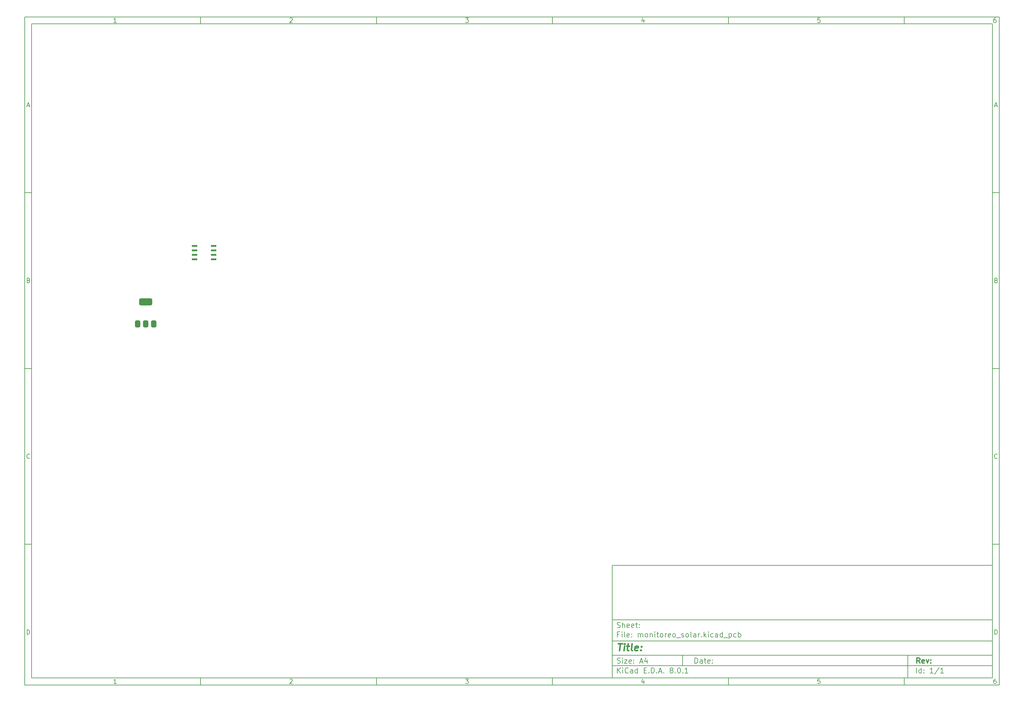
<source format=gbr>
%TF.GenerationSoftware,KiCad,Pcbnew,8.0.1*%
%TF.CreationDate,2024-08-29T21:22:59-03:00*%
%TF.ProjectId,monitoreo_solar,6d6f6e69-746f-4726-956f-5f736f6c6172,rev?*%
%TF.SameCoordinates,Original*%
%TF.FileFunction,Paste,Bot*%
%TF.FilePolarity,Positive*%
%FSLAX46Y46*%
G04 Gerber Fmt 4.6, Leading zero omitted, Abs format (unit mm)*
G04 Created by KiCad (PCBNEW 8.0.1) date 2024-08-29 21:22:59*
%MOMM*%
%LPD*%
G01*
G04 APERTURE LIST*
G04 Aperture macros list*
%AMRoundRect*
0 Rectangle with rounded corners*
0 $1 Rounding radius*
0 $2 $3 $4 $5 $6 $7 $8 $9 X,Y pos of 4 corners*
0 Add a 4 corners polygon primitive as box body*
4,1,4,$2,$3,$4,$5,$6,$7,$8,$9,$2,$3,0*
0 Add four circle primitives for the rounded corners*
1,1,$1+$1,$2,$3*
1,1,$1+$1,$4,$5*
1,1,$1+$1,$6,$7*
1,1,$1+$1,$8,$9*
0 Add four rect primitives between the rounded corners*
20,1,$1+$1,$2,$3,$4,$5,0*
20,1,$1+$1,$4,$5,$6,$7,0*
20,1,$1+$1,$6,$7,$8,$9,0*
20,1,$1+$1,$8,$9,$2,$3,0*%
G04 Aperture macros list end*
%ADD10C,0.100000*%
%ADD11C,0.150000*%
%ADD12C,0.300000*%
%ADD13C,0.400000*%
%ADD14R,1.498600X0.558800*%
%ADD15RoundRect,0.375000X0.375000X-0.625000X0.375000X0.625000X-0.375000X0.625000X-0.375000X-0.625000X0*%
%ADD16RoundRect,0.500000X1.400000X-0.500000X1.400000X0.500000X-1.400000X0.500000X-1.400000X-0.500000X0*%
G04 APERTURE END LIST*
D10*
D11*
X177002200Y-166007200D02*
X285002200Y-166007200D01*
X285002200Y-198007200D01*
X177002200Y-198007200D01*
X177002200Y-166007200D01*
D10*
D11*
X10000000Y-10000000D02*
X287002200Y-10000000D01*
X287002200Y-200007200D01*
X10000000Y-200007200D01*
X10000000Y-10000000D01*
D10*
D11*
X12000000Y-12000000D02*
X285002200Y-12000000D01*
X285002200Y-198007200D01*
X12000000Y-198007200D01*
X12000000Y-12000000D01*
D10*
D11*
X60000000Y-12000000D02*
X60000000Y-10000000D01*
D10*
D11*
X110000000Y-12000000D02*
X110000000Y-10000000D01*
D10*
D11*
X160000000Y-12000000D02*
X160000000Y-10000000D01*
D10*
D11*
X210000000Y-12000000D02*
X210000000Y-10000000D01*
D10*
D11*
X260000000Y-12000000D02*
X260000000Y-10000000D01*
D10*
D11*
X36089160Y-11593604D02*
X35346303Y-11593604D01*
X35717731Y-11593604D02*
X35717731Y-10293604D01*
X35717731Y-10293604D02*
X35593922Y-10479319D01*
X35593922Y-10479319D02*
X35470112Y-10603128D01*
X35470112Y-10603128D02*
X35346303Y-10665033D01*
D10*
D11*
X85346303Y-10417414D02*
X85408207Y-10355509D01*
X85408207Y-10355509D02*
X85532017Y-10293604D01*
X85532017Y-10293604D02*
X85841541Y-10293604D01*
X85841541Y-10293604D02*
X85965350Y-10355509D01*
X85965350Y-10355509D02*
X86027255Y-10417414D01*
X86027255Y-10417414D02*
X86089160Y-10541223D01*
X86089160Y-10541223D02*
X86089160Y-10665033D01*
X86089160Y-10665033D02*
X86027255Y-10850747D01*
X86027255Y-10850747D02*
X85284398Y-11593604D01*
X85284398Y-11593604D02*
X86089160Y-11593604D01*
D10*
D11*
X135284398Y-10293604D02*
X136089160Y-10293604D01*
X136089160Y-10293604D02*
X135655826Y-10788842D01*
X135655826Y-10788842D02*
X135841541Y-10788842D01*
X135841541Y-10788842D02*
X135965350Y-10850747D01*
X135965350Y-10850747D02*
X136027255Y-10912652D01*
X136027255Y-10912652D02*
X136089160Y-11036461D01*
X136089160Y-11036461D02*
X136089160Y-11345985D01*
X136089160Y-11345985D02*
X136027255Y-11469795D01*
X136027255Y-11469795D02*
X135965350Y-11531700D01*
X135965350Y-11531700D02*
X135841541Y-11593604D01*
X135841541Y-11593604D02*
X135470112Y-11593604D01*
X135470112Y-11593604D02*
X135346303Y-11531700D01*
X135346303Y-11531700D02*
X135284398Y-11469795D01*
D10*
D11*
X185965350Y-10726938D02*
X185965350Y-11593604D01*
X185655826Y-10231700D02*
X185346303Y-11160271D01*
X185346303Y-11160271D02*
X186151064Y-11160271D01*
D10*
D11*
X236027255Y-10293604D02*
X235408207Y-10293604D01*
X235408207Y-10293604D02*
X235346303Y-10912652D01*
X235346303Y-10912652D02*
X235408207Y-10850747D01*
X235408207Y-10850747D02*
X235532017Y-10788842D01*
X235532017Y-10788842D02*
X235841541Y-10788842D01*
X235841541Y-10788842D02*
X235965350Y-10850747D01*
X235965350Y-10850747D02*
X236027255Y-10912652D01*
X236027255Y-10912652D02*
X236089160Y-11036461D01*
X236089160Y-11036461D02*
X236089160Y-11345985D01*
X236089160Y-11345985D02*
X236027255Y-11469795D01*
X236027255Y-11469795D02*
X235965350Y-11531700D01*
X235965350Y-11531700D02*
X235841541Y-11593604D01*
X235841541Y-11593604D02*
X235532017Y-11593604D01*
X235532017Y-11593604D02*
X235408207Y-11531700D01*
X235408207Y-11531700D02*
X235346303Y-11469795D01*
D10*
D11*
X285965350Y-10293604D02*
X285717731Y-10293604D01*
X285717731Y-10293604D02*
X285593922Y-10355509D01*
X285593922Y-10355509D02*
X285532017Y-10417414D01*
X285532017Y-10417414D02*
X285408207Y-10603128D01*
X285408207Y-10603128D02*
X285346303Y-10850747D01*
X285346303Y-10850747D02*
X285346303Y-11345985D01*
X285346303Y-11345985D02*
X285408207Y-11469795D01*
X285408207Y-11469795D02*
X285470112Y-11531700D01*
X285470112Y-11531700D02*
X285593922Y-11593604D01*
X285593922Y-11593604D02*
X285841541Y-11593604D01*
X285841541Y-11593604D02*
X285965350Y-11531700D01*
X285965350Y-11531700D02*
X286027255Y-11469795D01*
X286027255Y-11469795D02*
X286089160Y-11345985D01*
X286089160Y-11345985D02*
X286089160Y-11036461D01*
X286089160Y-11036461D02*
X286027255Y-10912652D01*
X286027255Y-10912652D02*
X285965350Y-10850747D01*
X285965350Y-10850747D02*
X285841541Y-10788842D01*
X285841541Y-10788842D02*
X285593922Y-10788842D01*
X285593922Y-10788842D02*
X285470112Y-10850747D01*
X285470112Y-10850747D02*
X285408207Y-10912652D01*
X285408207Y-10912652D02*
X285346303Y-11036461D01*
D10*
D11*
X60000000Y-198007200D02*
X60000000Y-200007200D01*
D10*
D11*
X110000000Y-198007200D02*
X110000000Y-200007200D01*
D10*
D11*
X160000000Y-198007200D02*
X160000000Y-200007200D01*
D10*
D11*
X210000000Y-198007200D02*
X210000000Y-200007200D01*
D10*
D11*
X260000000Y-198007200D02*
X260000000Y-200007200D01*
D10*
D11*
X36089160Y-199600804D02*
X35346303Y-199600804D01*
X35717731Y-199600804D02*
X35717731Y-198300804D01*
X35717731Y-198300804D02*
X35593922Y-198486519D01*
X35593922Y-198486519D02*
X35470112Y-198610328D01*
X35470112Y-198610328D02*
X35346303Y-198672233D01*
D10*
D11*
X85346303Y-198424614D02*
X85408207Y-198362709D01*
X85408207Y-198362709D02*
X85532017Y-198300804D01*
X85532017Y-198300804D02*
X85841541Y-198300804D01*
X85841541Y-198300804D02*
X85965350Y-198362709D01*
X85965350Y-198362709D02*
X86027255Y-198424614D01*
X86027255Y-198424614D02*
X86089160Y-198548423D01*
X86089160Y-198548423D02*
X86089160Y-198672233D01*
X86089160Y-198672233D02*
X86027255Y-198857947D01*
X86027255Y-198857947D02*
X85284398Y-199600804D01*
X85284398Y-199600804D02*
X86089160Y-199600804D01*
D10*
D11*
X135284398Y-198300804D02*
X136089160Y-198300804D01*
X136089160Y-198300804D02*
X135655826Y-198796042D01*
X135655826Y-198796042D02*
X135841541Y-198796042D01*
X135841541Y-198796042D02*
X135965350Y-198857947D01*
X135965350Y-198857947D02*
X136027255Y-198919852D01*
X136027255Y-198919852D02*
X136089160Y-199043661D01*
X136089160Y-199043661D02*
X136089160Y-199353185D01*
X136089160Y-199353185D02*
X136027255Y-199476995D01*
X136027255Y-199476995D02*
X135965350Y-199538900D01*
X135965350Y-199538900D02*
X135841541Y-199600804D01*
X135841541Y-199600804D02*
X135470112Y-199600804D01*
X135470112Y-199600804D02*
X135346303Y-199538900D01*
X135346303Y-199538900D02*
X135284398Y-199476995D01*
D10*
D11*
X185965350Y-198734138D02*
X185965350Y-199600804D01*
X185655826Y-198238900D02*
X185346303Y-199167471D01*
X185346303Y-199167471D02*
X186151064Y-199167471D01*
D10*
D11*
X236027255Y-198300804D02*
X235408207Y-198300804D01*
X235408207Y-198300804D02*
X235346303Y-198919852D01*
X235346303Y-198919852D02*
X235408207Y-198857947D01*
X235408207Y-198857947D02*
X235532017Y-198796042D01*
X235532017Y-198796042D02*
X235841541Y-198796042D01*
X235841541Y-198796042D02*
X235965350Y-198857947D01*
X235965350Y-198857947D02*
X236027255Y-198919852D01*
X236027255Y-198919852D02*
X236089160Y-199043661D01*
X236089160Y-199043661D02*
X236089160Y-199353185D01*
X236089160Y-199353185D02*
X236027255Y-199476995D01*
X236027255Y-199476995D02*
X235965350Y-199538900D01*
X235965350Y-199538900D02*
X235841541Y-199600804D01*
X235841541Y-199600804D02*
X235532017Y-199600804D01*
X235532017Y-199600804D02*
X235408207Y-199538900D01*
X235408207Y-199538900D02*
X235346303Y-199476995D01*
D10*
D11*
X285965350Y-198300804D02*
X285717731Y-198300804D01*
X285717731Y-198300804D02*
X285593922Y-198362709D01*
X285593922Y-198362709D02*
X285532017Y-198424614D01*
X285532017Y-198424614D02*
X285408207Y-198610328D01*
X285408207Y-198610328D02*
X285346303Y-198857947D01*
X285346303Y-198857947D02*
X285346303Y-199353185D01*
X285346303Y-199353185D02*
X285408207Y-199476995D01*
X285408207Y-199476995D02*
X285470112Y-199538900D01*
X285470112Y-199538900D02*
X285593922Y-199600804D01*
X285593922Y-199600804D02*
X285841541Y-199600804D01*
X285841541Y-199600804D02*
X285965350Y-199538900D01*
X285965350Y-199538900D02*
X286027255Y-199476995D01*
X286027255Y-199476995D02*
X286089160Y-199353185D01*
X286089160Y-199353185D02*
X286089160Y-199043661D01*
X286089160Y-199043661D02*
X286027255Y-198919852D01*
X286027255Y-198919852D02*
X285965350Y-198857947D01*
X285965350Y-198857947D02*
X285841541Y-198796042D01*
X285841541Y-198796042D02*
X285593922Y-198796042D01*
X285593922Y-198796042D02*
X285470112Y-198857947D01*
X285470112Y-198857947D02*
X285408207Y-198919852D01*
X285408207Y-198919852D02*
X285346303Y-199043661D01*
D10*
D11*
X10000000Y-60000000D02*
X12000000Y-60000000D01*
D10*
D11*
X10000000Y-110000000D02*
X12000000Y-110000000D01*
D10*
D11*
X10000000Y-160000000D02*
X12000000Y-160000000D01*
D10*
D11*
X10690476Y-35222176D02*
X11309523Y-35222176D01*
X10566666Y-35593604D02*
X10999999Y-34293604D01*
X10999999Y-34293604D02*
X11433333Y-35593604D01*
D10*
D11*
X11092857Y-84912652D02*
X11278571Y-84974557D01*
X11278571Y-84974557D02*
X11340476Y-85036461D01*
X11340476Y-85036461D02*
X11402380Y-85160271D01*
X11402380Y-85160271D02*
X11402380Y-85345985D01*
X11402380Y-85345985D02*
X11340476Y-85469795D01*
X11340476Y-85469795D02*
X11278571Y-85531700D01*
X11278571Y-85531700D02*
X11154761Y-85593604D01*
X11154761Y-85593604D02*
X10659523Y-85593604D01*
X10659523Y-85593604D02*
X10659523Y-84293604D01*
X10659523Y-84293604D02*
X11092857Y-84293604D01*
X11092857Y-84293604D02*
X11216666Y-84355509D01*
X11216666Y-84355509D02*
X11278571Y-84417414D01*
X11278571Y-84417414D02*
X11340476Y-84541223D01*
X11340476Y-84541223D02*
X11340476Y-84665033D01*
X11340476Y-84665033D02*
X11278571Y-84788842D01*
X11278571Y-84788842D02*
X11216666Y-84850747D01*
X11216666Y-84850747D02*
X11092857Y-84912652D01*
X11092857Y-84912652D02*
X10659523Y-84912652D01*
D10*
D11*
X11402380Y-135469795D02*
X11340476Y-135531700D01*
X11340476Y-135531700D02*
X11154761Y-135593604D01*
X11154761Y-135593604D02*
X11030952Y-135593604D01*
X11030952Y-135593604D02*
X10845238Y-135531700D01*
X10845238Y-135531700D02*
X10721428Y-135407890D01*
X10721428Y-135407890D02*
X10659523Y-135284080D01*
X10659523Y-135284080D02*
X10597619Y-135036461D01*
X10597619Y-135036461D02*
X10597619Y-134850747D01*
X10597619Y-134850747D02*
X10659523Y-134603128D01*
X10659523Y-134603128D02*
X10721428Y-134479319D01*
X10721428Y-134479319D02*
X10845238Y-134355509D01*
X10845238Y-134355509D02*
X11030952Y-134293604D01*
X11030952Y-134293604D02*
X11154761Y-134293604D01*
X11154761Y-134293604D02*
X11340476Y-134355509D01*
X11340476Y-134355509D02*
X11402380Y-134417414D01*
D10*
D11*
X10659523Y-185593604D02*
X10659523Y-184293604D01*
X10659523Y-184293604D02*
X10969047Y-184293604D01*
X10969047Y-184293604D02*
X11154761Y-184355509D01*
X11154761Y-184355509D02*
X11278571Y-184479319D01*
X11278571Y-184479319D02*
X11340476Y-184603128D01*
X11340476Y-184603128D02*
X11402380Y-184850747D01*
X11402380Y-184850747D02*
X11402380Y-185036461D01*
X11402380Y-185036461D02*
X11340476Y-185284080D01*
X11340476Y-185284080D02*
X11278571Y-185407890D01*
X11278571Y-185407890D02*
X11154761Y-185531700D01*
X11154761Y-185531700D02*
X10969047Y-185593604D01*
X10969047Y-185593604D02*
X10659523Y-185593604D01*
D10*
D11*
X287002200Y-60000000D02*
X285002200Y-60000000D01*
D10*
D11*
X287002200Y-110000000D02*
X285002200Y-110000000D01*
D10*
D11*
X287002200Y-160000000D02*
X285002200Y-160000000D01*
D10*
D11*
X285692676Y-35222176D02*
X286311723Y-35222176D01*
X285568866Y-35593604D02*
X286002199Y-34293604D01*
X286002199Y-34293604D02*
X286435533Y-35593604D01*
D10*
D11*
X286095057Y-84912652D02*
X286280771Y-84974557D01*
X286280771Y-84974557D02*
X286342676Y-85036461D01*
X286342676Y-85036461D02*
X286404580Y-85160271D01*
X286404580Y-85160271D02*
X286404580Y-85345985D01*
X286404580Y-85345985D02*
X286342676Y-85469795D01*
X286342676Y-85469795D02*
X286280771Y-85531700D01*
X286280771Y-85531700D02*
X286156961Y-85593604D01*
X286156961Y-85593604D02*
X285661723Y-85593604D01*
X285661723Y-85593604D02*
X285661723Y-84293604D01*
X285661723Y-84293604D02*
X286095057Y-84293604D01*
X286095057Y-84293604D02*
X286218866Y-84355509D01*
X286218866Y-84355509D02*
X286280771Y-84417414D01*
X286280771Y-84417414D02*
X286342676Y-84541223D01*
X286342676Y-84541223D02*
X286342676Y-84665033D01*
X286342676Y-84665033D02*
X286280771Y-84788842D01*
X286280771Y-84788842D02*
X286218866Y-84850747D01*
X286218866Y-84850747D02*
X286095057Y-84912652D01*
X286095057Y-84912652D02*
X285661723Y-84912652D01*
D10*
D11*
X286404580Y-135469795D02*
X286342676Y-135531700D01*
X286342676Y-135531700D02*
X286156961Y-135593604D01*
X286156961Y-135593604D02*
X286033152Y-135593604D01*
X286033152Y-135593604D02*
X285847438Y-135531700D01*
X285847438Y-135531700D02*
X285723628Y-135407890D01*
X285723628Y-135407890D02*
X285661723Y-135284080D01*
X285661723Y-135284080D02*
X285599819Y-135036461D01*
X285599819Y-135036461D02*
X285599819Y-134850747D01*
X285599819Y-134850747D02*
X285661723Y-134603128D01*
X285661723Y-134603128D02*
X285723628Y-134479319D01*
X285723628Y-134479319D02*
X285847438Y-134355509D01*
X285847438Y-134355509D02*
X286033152Y-134293604D01*
X286033152Y-134293604D02*
X286156961Y-134293604D01*
X286156961Y-134293604D02*
X286342676Y-134355509D01*
X286342676Y-134355509D02*
X286404580Y-134417414D01*
D10*
D11*
X285661723Y-185593604D02*
X285661723Y-184293604D01*
X285661723Y-184293604D02*
X285971247Y-184293604D01*
X285971247Y-184293604D02*
X286156961Y-184355509D01*
X286156961Y-184355509D02*
X286280771Y-184479319D01*
X286280771Y-184479319D02*
X286342676Y-184603128D01*
X286342676Y-184603128D02*
X286404580Y-184850747D01*
X286404580Y-184850747D02*
X286404580Y-185036461D01*
X286404580Y-185036461D02*
X286342676Y-185284080D01*
X286342676Y-185284080D02*
X286280771Y-185407890D01*
X286280771Y-185407890D02*
X286156961Y-185531700D01*
X286156961Y-185531700D02*
X285971247Y-185593604D01*
X285971247Y-185593604D02*
X285661723Y-185593604D01*
D10*
D11*
X200458026Y-193793328D02*
X200458026Y-192293328D01*
X200458026Y-192293328D02*
X200815169Y-192293328D01*
X200815169Y-192293328D02*
X201029455Y-192364757D01*
X201029455Y-192364757D02*
X201172312Y-192507614D01*
X201172312Y-192507614D02*
X201243741Y-192650471D01*
X201243741Y-192650471D02*
X201315169Y-192936185D01*
X201315169Y-192936185D02*
X201315169Y-193150471D01*
X201315169Y-193150471D02*
X201243741Y-193436185D01*
X201243741Y-193436185D02*
X201172312Y-193579042D01*
X201172312Y-193579042D02*
X201029455Y-193721900D01*
X201029455Y-193721900D02*
X200815169Y-193793328D01*
X200815169Y-193793328D02*
X200458026Y-193793328D01*
X202600884Y-193793328D02*
X202600884Y-193007614D01*
X202600884Y-193007614D02*
X202529455Y-192864757D01*
X202529455Y-192864757D02*
X202386598Y-192793328D01*
X202386598Y-192793328D02*
X202100884Y-192793328D01*
X202100884Y-192793328D02*
X201958026Y-192864757D01*
X202600884Y-193721900D02*
X202458026Y-193793328D01*
X202458026Y-193793328D02*
X202100884Y-193793328D01*
X202100884Y-193793328D02*
X201958026Y-193721900D01*
X201958026Y-193721900D02*
X201886598Y-193579042D01*
X201886598Y-193579042D02*
X201886598Y-193436185D01*
X201886598Y-193436185D02*
X201958026Y-193293328D01*
X201958026Y-193293328D02*
X202100884Y-193221900D01*
X202100884Y-193221900D02*
X202458026Y-193221900D01*
X202458026Y-193221900D02*
X202600884Y-193150471D01*
X203100884Y-192793328D02*
X203672312Y-192793328D01*
X203315169Y-192293328D02*
X203315169Y-193579042D01*
X203315169Y-193579042D02*
X203386598Y-193721900D01*
X203386598Y-193721900D02*
X203529455Y-193793328D01*
X203529455Y-193793328D02*
X203672312Y-193793328D01*
X204743741Y-193721900D02*
X204600884Y-193793328D01*
X204600884Y-193793328D02*
X204315170Y-193793328D01*
X204315170Y-193793328D02*
X204172312Y-193721900D01*
X204172312Y-193721900D02*
X204100884Y-193579042D01*
X204100884Y-193579042D02*
X204100884Y-193007614D01*
X204100884Y-193007614D02*
X204172312Y-192864757D01*
X204172312Y-192864757D02*
X204315170Y-192793328D01*
X204315170Y-192793328D02*
X204600884Y-192793328D01*
X204600884Y-192793328D02*
X204743741Y-192864757D01*
X204743741Y-192864757D02*
X204815170Y-193007614D01*
X204815170Y-193007614D02*
X204815170Y-193150471D01*
X204815170Y-193150471D02*
X204100884Y-193293328D01*
X205458026Y-193650471D02*
X205529455Y-193721900D01*
X205529455Y-193721900D02*
X205458026Y-193793328D01*
X205458026Y-193793328D02*
X205386598Y-193721900D01*
X205386598Y-193721900D02*
X205458026Y-193650471D01*
X205458026Y-193650471D02*
X205458026Y-193793328D01*
X205458026Y-192864757D02*
X205529455Y-192936185D01*
X205529455Y-192936185D02*
X205458026Y-193007614D01*
X205458026Y-193007614D02*
X205386598Y-192936185D01*
X205386598Y-192936185D02*
X205458026Y-192864757D01*
X205458026Y-192864757D02*
X205458026Y-193007614D01*
D10*
D11*
X177002200Y-194507200D02*
X285002200Y-194507200D01*
D10*
D11*
X178458026Y-196593328D02*
X178458026Y-195093328D01*
X179315169Y-196593328D02*
X178672312Y-195736185D01*
X179315169Y-195093328D02*
X178458026Y-195950471D01*
X179958026Y-196593328D02*
X179958026Y-195593328D01*
X179958026Y-195093328D02*
X179886598Y-195164757D01*
X179886598Y-195164757D02*
X179958026Y-195236185D01*
X179958026Y-195236185D02*
X180029455Y-195164757D01*
X180029455Y-195164757D02*
X179958026Y-195093328D01*
X179958026Y-195093328D02*
X179958026Y-195236185D01*
X181529455Y-196450471D02*
X181458027Y-196521900D01*
X181458027Y-196521900D02*
X181243741Y-196593328D01*
X181243741Y-196593328D02*
X181100884Y-196593328D01*
X181100884Y-196593328D02*
X180886598Y-196521900D01*
X180886598Y-196521900D02*
X180743741Y-196379042D01*
X180743741Y-196379042D02*
X180672312Y-196236185D01*
X180672312Y-196236185D02*
X180600884Y-195950471D01*
X180600884Y-195950471D02*
X180600884Y-195736185D01*
X180600884Y-195736185D02*
X180672312Y-195450471D01*
X180672312Y-195450471D02*
X180743741Y-195307614D01*
X180743741Y-195307614D02*
X180886598Y-195164757D01*
X180886598Y-195164757D02*
X181100884Y-195093328D01*
X181100884Y-195093328D02*
X181243741Y-195093328D01*
X181243741Y-195093328D02*
X181458027Y-195164757D01*
X181458027Y-195164757D02*
X181529455Y-195236185D01*
X182815170Y-196593328D02*
X182815170Y-195807614D01*
X182815170Y-195807614D02*
X182743741Y-195664757D01*
X182743741Y-195664757D02*
X182600884Y-195593328D01*
X182600884Y-195593328D02*
X182315170Y-195593328D01*
X182315170Y-195593328D02*
X182172312Y-195664757D01*
X182815170Y-196521900D02*
X182672312Y-196593328D01*
X182672312Y-196593328D02*
X182315170Y-196593328D01*
X182315170Y-196593328D02*
X182172312Y-196521900D01*
X182172312Y-196521900D02*
X182100884Y-196379042D01*
X182100884Y-196379042D02*
X182100884Y-196236185D01*
X182100884Y-196236185D02*
X182172312Y-196093328D01*
X182172312Y-196093328D02*
X182315170Y-196021900D01*
X182315170Y-196021900D02*
X182672312Y-196021900D01*
X182672312Y-196021900D02*
X182815170Y-195950471D01*
X184172313Y-196593328D02*
X184172313Y-195093328D01*
X184172313Y-196521900D02*
X184029455Y-196593328D01*
X184029455Y-196593328D02*
X183743741Y-196593328D01*
X183743741Y-196593328D02*
X183600884Y-196521900D01*
X183600884Y-196521900D02*
X183529455Y-196450471D01*
X183529455Y-196450471D02*
X183458027Y-196307614D01*
X183458027Y-196307614D02*
X183458027Y-195879042D01*
X183458027Y-195879042D02*
X183529455Y-195736185D01*
X183529455Y-195736185D02*
X183600884Y-195664757D01*
X183600884Y-195664757D02*
X183743741Y-195593328D01*
X183743741Y-195593328D02*
X184029455Y-195593328D01*
X184029455Y-195593328D02*
X184172313Y-195664757D01*
X186029455Y-195807614D02*
X186529455Y-195807614D01*
X186743741Y-196593328D02*
X186029455Y-196593328D01*
X186029455Y-196593328D02*
X186029455Y-195093328D01*
X186029455Y-195093328D02*
X186743741Y-195093328D01*
X187386598Y-196450471D02*
X187458027Y-196521900D01*
X187458027Y-196521900D02*
X187386598Y-196593328D01*
X187386598Y-196593328D02*
X187315170Y-196521900D01*
X187315170Y-196521900D02*
X187386598Y-196450471D01*
X187386598Y-196450471D02*
X187386598Y-196593328D01*
X188100884Y-196593328D02*
X188100884Y-195093328D01*
X188100884Y-195093328D02*
X188458027Y-195093328D01*
X188458027Y-195093328D02*
X188672313Y-195164757D01*
X188672313Y-195164757D02*
X188815170Y-195307614D01*
X188815170Y-195307614D02*
X188886599Y-195450471D01*
X188886599Y-195450471D02*
X188958027Y-195736185D01*
X188958027Y-195736185D02*
X188958027Y-195950471D01*
X188958027Y-195950471D02*
X188886599Y-196236185D01*
X188886599Y-196236185D02*
X188815170Y-196379042D01*
X188815170Y-196379042D02*
X188672313Y-196521900D01*
X188672313Y-196521900D02*
X188458027Y-196593328D01*
X188458027Y-196593328D02*
X188100884Y-196593328D01*
X189600884Y-196450471D02*
X189672313Y-196521900D01*
X189672313Y-196521900D02*
X189600884Y-196593328D01*
X189600884Y-196593328D02*
X189529456Y-196521900D01*
X189529456Y-196521900D02*
X189600884Y-196450471D01*
X189600884Y-196450471D02*
X189600884Y-196593328D01*
X190243742Y-196164757D02*
X190958028Y-196164757D01*
X190100885Y-196593328D02*
X190600885Y-195093328D01*
X190600885Y-195093328D02*
X191100885Y-196593328D01*
X191600884Y-196450471D02*
X191672313Y-196521900D01*
X191672313Y-196521900D02*
X191600884Y-196593328D01*
X191600884Y-196593328D02*
X191529456Y-196521900D01*
X191529456Y-196521900D02*
X191600884Y-196450471D01*
X191600884Y-196450471D02*
X191600884Y-196593328D01*
X193672313Y-195736185D02*
X193529456Y-195664757D01*
X193529456Y-195664757D02*
X193458027Y-195593328D01*
X193458027Y-195593328D02*
X193386599Y-195450471D01*
X193386599Y-195450471D02*
X193386599Y-195379042D01*
X193386599Y-195379042D02*
X193458027Y-195236185D01*
X193458027Y-195236185D02*
X193529456Y-195164757D01*
X193529456Y-195164757D02*
X193672313Y-195093328D01*
X193672313Y-195093328D02*
X193958027Y-195093328D01*
X193958027Y-195093328D02*
X194100885Y-195164757D01*
X194100885Y-195164757D02*
X194172313Y-195236185D01*
X194172313Y-195236185D02*
X194243742Y-195379042D01*
X194243742Y-195379042D02*
X194243742Y-195450471D01*
X194243742Y-195450471D02*
X194172313Y-195593328D01*
X194172313Y-195593328D02*
X194100885Y-195664757D01*
X194100885Y-195664757D02*
X193958027Y-195736185D01*
X193958027Y-195736185D02*
X193672313Y-195736185D01*
X193672313Y-195736185D02*
X193529456Y-195807614D01*
X193529456Y-195807614D02*
X193458027Y-195879042D01*
X193458027Y-195879042D02*
X193386599Y-196021900D01*
X193386599Y-196021900D02*
X193386599Y-196307614D01*
X193386599Y-196307614D02*
X193458027Y-196450471D01*
X193458027Y-196450471D02*
X193529456Y-196521900D01*
X193529456Y-196521900D02*
X193672313Y-196593328D01*
X193672313Y-196593328D02*
X193958027Y-196593328D01*
X193958027Y-196593328D02*
X194100885Y-196521900D01*
X194100885Y-196521900D02*
X194172313Y-196450471D01*
X194172313Y-196450471D02*
X194243742Y-196307614D01*
X194243742Y-196307614D02*
X194243742Y-196021900D01*
X194243742Y-196021900D02*
X194172313Y-195879042D01*
X194172313Y-195879042D02*
X194100885Y-195807614D01*
X194100885Y-195807614D02*
X193958027Y-195736185D01*
X194886598Y-196450471D02*
X194958027Y-196521900D01*
X194958027Y-196521900D02*
X194886598Y-196593328D01*
X194886598Y-196593328D02*
X194815170Y-196521900D01*
X194815170Y-196521900D02*
X194886598Y-196450471D01*
X194886598Y-196450471D02*
X194886598Y-196593328D01*
X195886599Y-195093328D02*
X196029456Y-195093328D01*
X196029456Y-195093328D02*
X196172313Y-195164757D01*
X196172313Y-195164757D02*
X196243742Y-195236185D01*
X196243742Y-195236185D02*
X196315170Y-195379042D01*
X196315170Y-195379042D02*
X196386599Y-195664757D01*
X196386599Y-195664757D02*
X196386599Y-196021900D01*
X196386599Y-196021900D02*
X196315170Y-196307614D01*
X196315170Y-196307614D02*
X196243742Y-196450471D01*
X196243742Y-196450471D02*
X196172313Y-196521900D01*
X196172313Y-196521900D02*
X196029456Y-196593328D01*
X196029456Y-196593328D02*
X195886599Y-196593328D01*
X195886599Y-196593328D02*
X195743742Y-196521900D01*
X195743742Y-196521900D02*
X195672313Y-196450471D01*
X195672313Y-196450471D02*
X195600884Y-196307614D01*
X195600884Y-196307614D02*
X195529456Y-196021900D01*
X195529456Y-196021900D02*
X195529456Y-195664757D01*
X195529456Y-195664757D02*
X195600884Y-195379042D01*
X195600884Y-195379042D02*
X195672313Y-195236185D01*
X195672313Y-195236185D02*
X195743742Y-195164757D01*
X195743742Y-195164757D02*
X195886599Y-195093328D01*
X197029455Y-196450471D02*
X197100884Y-196521900D01*
X197100884Y-196521900D02*
X197029455Y-196593328D01*
X197029455Y-196593328D02*
X196958027Y-196521900D01*
X196958027Y-196521900D02*
X197029455Y-196450471D01*
X197029455Y-196450471D02*
X197029455Y-196593328D01*
X198529456Y-196593328D02*
X197672313Y-196593328D01*
X198100884Y-196593328D02*
X198100884Y-195093328D01*
X198100884Y-195093328D02*
X197958027Y-195307614D01*
X197958027Y-195307614D02*
X197815170Y-195450471D01*
X197815170Y-195450471D02*
X197672313Y-195521900D01*
D10*
D11*
X177002200Y-191507200D02*
X285002200Y-191507200D01*
D10*
D12*
X264413853Y-193785528D02*
X263913853Y-193071242D01*
X263556710Y-193785528D02*
X263556710Y-192285528D01*
X263556710Y-192285528D02*
X264128139Y-192285528D01*
X264128139Y-192285528D02*
X264270996Y-192356957D01*
X264270996Y-192356957D02*
X264342425Y-192428385D01*
X264342425Y-192428385D02*
X264413853Y-192571242D01*
X264413853Y-192571242D02*
X264413853Y-192785528D01*
X264413853Y-192785528D02*
X264342425Y-192928385D01*
X264342425Y-192928385D02*
X264270996Y-192999814D01*
X264270996Y-192999814D02*
X264128139Y-193071242D01*
X264128139Y-193071242D02*
X263556710Y-193071242D01*
X265628139Y-193714100D02*
X265485282Y-193785528D01*
X265485282Y-193785528D02*
X265199568Y-193785528D01*
X265199568Y-193785528D02*
X265056710Y-193714100D01*
X265056710Y-193714100D02*
X264985282Y-193571242D01*
X264985282Y-193571242D02*
X264985282Y-192999814D01*
X264985282Y-192999814D02*
X265056710Y-192856957D01*
X265056710Y-192856957D02*
X265199568Y-192785528D01*
X265199568Y-192785528D02*
X265485282Y-192785528D01*
X265485282Y-192785528D02*
X265628139Y-192856957D01*
X265628139Y-192856957D02*
X265699568Y-192999814D01*
X265699568Y-192999814D02*
X265699568Y-193142671D01*
X265699568Y-193142671D02*
X264985282Y-193285528D01*
X266199567Y-192785528D02*
X266556710Y-193785528D01*
X266556710Y-193785528D02*
X266913853Y-192785528D01*
X267485281Y-193642671D02*
X267556710Y-193714100D01*
X267556710Y-193714100D02*
X267485281Y-193785528D01*
X267485281Y-193785528D02*
X267413853Y-193714100D01*
X267413853Y-193714100D02*
X267485281Y-193642671D01*
X267485281Y-193642671D02*
X267485281Y-193785528D01*
X267485281Y-192856957D02*
X267556710Y-192928385D01*
X267556710Y-192928385D02*
X267485281Y-192999814D01*
X267485281Y-192999814D02*
X267413853Y-192928385D01*
X267413853Y-192928385D02*
X267485281Y-192856957D01*
X267485281Y-192856957D02*
X267485281Y-192999814D01*
D10*
D11*
X178386598Y-193721900D02*
X178600884Y-193793328D01*
X178600884Y-193793328D02*
X178958026Y-193793328D01*
X178958026Y-193793328D02*
X179100884Y-193721900D01*
X179100884Y-193721900D02*
X179172312Y-193650471D01*
X179172312Y-193650471D02*
X179243741Y-193507614D01*
X179243741Y-193507614D02*
X179243741Y-193364757D01*
X179243741Y-193364757D02*
X179172312Y-193221900D01*
X179172312Y-193221900D02*
X179100884Y-193150471D01*
X179100884Y-193150471D02*
X178958026Y-193079042D01*
X178958026Y-193079042D02*
X178672312Y-193007614D01*
X178672312Y-193007614D02*
X178529455Y-192936185D01*
X178529455Y-192936185D02*
X178458026Y-192864757D01*
X178458026Y-192864757D02*
X178386598Y-192721900D01*
X178386598Y-192721900D02*
X178386598Y-192579042D01*
X178386598Y-192579042D02*
X178458026Y-192436185D01*
X178458026Y-192436185D02*
X178529455Y-192364757D01*
X178529455Y-192364757D02*
X178672312Y-192293328D01*
X178672312Y-192293328D02*
X179029455Y-192293328D01*
X179029455Y-192293328D02*
X179243741Y-192364757D01*
X179886597Y-193793328D02*
X179886597Y-192793328D01*
X179886597Y-192293328D02*
X179815169Y-192364757D01*
X179815169Y-192364757D02*
X179886597Y-192436185D01*
X179886597Y-192436185D02*
X179958026Y-192364757D01*
X179958026Y-192364757D02*
X179886597Y-192293328D01*
X179886597Y-192293328D02*
X179886597Y-192436185D01*
X180458026Y-192793328D02*
X181243741Y-192793328D01*
X181243741Y-192793328D02*
X180458026Y-193793328D01*
X180458026Y-193793328D02*
X181243741Y-193793328D01*
X182386598Y-193721900D02*
X182243741Y-193793328D01*
X182243741Y-193793328D02*
X181958027Y-193793328D01*
X181958027Y-193793328D02*
X181815169Y-193721900D01*
X181815169Y-193721900D02*
X181743741Y-193579042D01*
X181743741Y-193579042D02*
X181743741Y-193007614D01*
X181743741Y-193007614D02*
X181815169Y-192864757D01*
X181815169Y-192864757D02*
X181958027Y-192793328D01*
X181958027Y-192793328D02*
X182243741Y-192793328D01*
X182243741Y-192793328D02*
X182386598Y-192864757D01*
X182386598Y-192864757D02*
X182458027Y-193007614D01*
X182458027Y-193007614D02*
X182458027Y-193150471D01*
X182458027Y-193150471D02*
X181743741Y-193293328D01*
X183100883Y-193650471D02*
X183172312Y-193721900D01*
X183172312Y-193721900D02*
X183100883Y-193793328D01*
X183100883Y-193793328D02*
X183029455Y-193721900D01*
X183029455Y-193721900D02*
X183100883Y-193650471D01*
X183100883Y-193650471D02*
X183100883Y-193793328D01*
X183100883Y-192864757D02*
X183172312Y-192936185D01*
X183172312Y-192936185D02*
X183100883Y-193007614D01*
X183100883Y-193007614D02*
X183029455Y-192936185D01*
X183029455Y-192936185D02*
X183100883Y-192864757D01*
X183100883Y-192864757D02*
X183100883Y-193007614D01*
X184886598Y-193364757D02*
X185600884Y-193364757D01*
X184743741Y-193793328D02*
X185243741Y-192293328D01*
X185243741Y-192293328D02*
X185743741Y-193793328D01*
X186886598Y-192793328D02*
X186886598Y-193793328D01*
X186529455Y-192221900D02*
X186172312Y-193293328D01*
X186172312Y-193293328D02*
X187100883Y-193293328D01*
D10*
D11*
X263458026Y-196593328D02*
X263458026Y-195093328D01*
X264815170Y-196593328D02*
X264815170Y-195093328D01*
X264815170Y-196521900D02*
X264672312Y-196593328D01*
X264672312Y-196593328D02*
X264386598Y-196593328D01*
X264386598Y-196593328D02*
X264243741Y-196521900D01*
X264243741Y-196521900D02*
X264172312Y-196450471D01*
X264172312Y-196450471D02*
X264100884Y-196307614D01*
X264100884Y-196307614D02*
X264100884Y-195879042D01*
X264100884Y-195879042D02*
X264172312Y-195736185D01*
X264172312Y-195736185D02*
X264243741Y-195664757D01*
X264243741Y-195664757D02*
X264386598Y-195593328D01*
X264386598Y-195593328D02*
X264672312Y-195593328D01*
X264672312Y-195593328D02*
X264815170Y-195664757D01*
X265529455Y-196450471D02*
X265600884Y-196521900D01*
X265600884Y-196521900D02*
X265529455Y-196593328D01*
X265529455Y-196593328D02*
X265458027Y-196521900D01*
X265458027Y-196521900D02*
X265529455Y-196450471D01*
X265529455Y-196450471D02*
X265529455Y-196593328D01*
X265529455Y-195664757D02*
X265600884Y-195736185D01*
X265600884Y-195736185D02*
X265529455Y-195807614D01*
X265529455Y-195807614D02*
X265458027Y-195736185D01*
X265458027Y-195736185D02*
X265529455Y-195664757D01*
X265529455Y-195664757D02*
X265529455Y-195807614D01*
X268172313Y-196593328D02*
X267315170Y-196593328D01*
X267743741Y-196593328D02*
X267743741Y-195093328D01*
X267743741Y-195093328D02*
X267600884Y-195307614D01*
X267600884Y-195307614D02*
X267458027Y-195450471D01*
X267458027Y-195450471D02*
X267315170Y-195521900D01*
X269886598Y-195021900D02*
X268600884Y-196950471D01*
X271172313Y-196593328D02*
X270315170Y-196593328D01*
X270743741Y-196593328D02*
X270743741Y-195093328D01*
X270743741Y-195093328D02*
X270600884Y-195307614D01*
X270600884Y-195307614D02*
X270458027Y-195450471D01*
X270458027Y-195450471D02*
X270315170Y-195521900D01*
D10*
D11*
X177002200Y-187507200D02*
X285002200Y-187507200D01*
D10*
D13*
X178693928Y-188211638D02*
X179836785Y-188211638D01*
X179015357Y-190211638D02*
X179265357Y-188211638D01*
X180253452Y-190211638D02*
X180420119Y-188878304D01*
X180503452Y-188211638D02*
X180396309Y-188306876D01*
X180396309Y-188306876D02*
X180479643Y-188402114D01*
X180479643Y-188402114D02*
X180586786Y-188306876D01*
X180586786Y-188306876D02*
X180503452Y-188211638D01*
X180503452Y-188211638D02*
X180479643Y-188402114D01*
X181086786Y-188878304D02*
X181848690Y-188878304D01*
X181455833Y-188211638D02*
X181241548Y-189925923D01*
X181241548Y-189925923D02*
X181312976Y-190116400D01*
X181312976Y-190116400D02*
X181491548Y-190211638D01*
X181491548Y-190211638D02*
X181682024Y-190211638D01*
X182634405Y-190211638D02*
X182455833Y-190116400D01*
X182455833Y-190116400D02*
X182384405Y-189925923D01*
X182384405Y-189925923D02*
X182598690Y-188211638D01*
X184170119Y-190116400D02*
X183967738Y-190211638D01*
X183967738Y-190211638D02*
X183586785Y-190211638D01*
X183586785Y-190211638D02*
X183408214Y-190116400D01*
X183408214Y-190116400D02*
X183336785Y-189925923D01*
X183336785Y-189925923D02*
X183432024Y-189164019D01*
X183432024Y-189164019D02*
X183551071Y-188973542D01*
X183551071Y-188973542D02*
X183753452Y-188878304D01*
X183753452Y-188878304D02*
X184134404Y-188878304D01*
X184134404Y-188878304D02*
X184312976Y-188973542D01*
X184312976Y-188973542D02*
X184384404Y-189164019D01*
X184384404Y-189164019D02*
X184360595Y-189354495D01*
X184360595Y-189354495D02*
X183384404Y-189544971D01*
X185134405Y-190021161D02*
X185217738Y-190116400D01*
X185217738Y-190116400D02*
X185110595Y-190211638D01*
X185110595Y-190211638D02*
X185027262Y-190116400D01*
X185027262Y-190116400D02*
X185134405Y-190021161D01*
X185134405Y-190021161D02*
X185110595Y-190211638D01*
X185265357Y-188973542D02*
X185348690Y-189068780D01*
X185348690Y-189068780D02*
X185241548Y-189164019D01*
X185241548Y-189164019D02*
X185158214Y-189068780D01*
X185158214Y-189068780D02*
X185265357Y-188973542D01*
X185265357Y-188973542D02*
X185241548Y-189164019D01*
D10*
D11*
X178958026Y-185607614D02*
X178458026Y-185607614D01*
X178458026Y-186393328D02*
X178458026Y-184893328D01*
X178458026Y-184893328D02*
X179172312Y-184893328D01*
X179743740Y-186393328D02*
X179743740Y-185393328D01*
X179743740Y-184893328D02*
X179672312Y-184964757D01*
X179672312Y-184964757D02*
X179743740Y-185036185D01*
X179743740Y-185036185D02*
X179815169Y-184964757D01*
X179815169Y-184964757D02*
X179743740Y-184893328D01*
X179743740Y-184893328D02*
X179743740Y-185036185D01*
X180672312Y-186393328D02*
X180529455Y-186321900D01*
X180529455Y-186321900D02*
X180458026Y-186179042D01*
X180458026Y-186179042D02*
X180458026Y-184893328D01*
X181815169Y-186321900D02*
X181672312Y-186393328D01*
X181672312Y-186393328D02*
X181386598Y-186393328D01*
X181386598Y-186393328D02*
X181243740Y-186321900D01*
X181243740Y-186321900D02*
X181172312Y-186179042D01*
X181172312Y-186179042D02*
X181172312Y-185607614D01*
X181172312Y-185607614D02*
X181243740Y-185464757D01*
X181243740Y-185464757D02*
X181386598Y-185393328D01*
X181386598Y-185393328D02*
X181672312Y-185393328D01*
X181672312Y-185393328D02*
X181815169Y-185464757D01*
X181815169Y-185464757D02*
X181886598Y-185607614D01*
X181886598Y-185607614D02*
X181886598Y-185750471D01*
X181886598Y-185750471D02*
X181172312Y-185893328D01*
X182529454Y-186250471D02*
X182600883Y-186321900D01*
X182600883Y-186321900D02*
X182529454Y-186393328D01*
X182529454Y-186393328D02*
X182458026Y-186321900D01*
X182458026Y-186321900D02*
X182529454Y-186250471D01*
X182529454Y-186250471D02*
X182529454Y-186393328D01*
X182529454Y-185464757D02*
X182600883Y-185536185D01*
X182600883Y-185536185D02*
X182529454Y-185607614D01*
X182529454Y-185607614D02*
X182458026Y-185536185D01*
X182458026Y-185536185D02*
X182529454Y-185464757D01*
X182529454Y-185464757D02*
X182529454Y-185607614D01*
X184386597Y-186393328D02*
X184386597Y-185393328D01*
X184386597Y-185536185D02*
X184458026Y-185464757D01*
X184458026Y-185464757D02*
X184600883Y-185393328D01*
X184600883Y-185393328D02*
X184815169Y-185393328D01*
X184815169Y-185393328D02*
X184958026Y-185464757D01*
X184958026Y-185464757D02*
X185029455Y-185607614D01*
X185029455Y-185607614D02*
X185029455Y-186393328D01*
X185029455Y-185607614D02*
X185100883Y-185464757D01*
X185100883Y-185464757D02*
X185243740Y-185393328D01*
X185243740Y-185393328D02*
X185458026Y-185393328D01*
X185458026Y-185393328D02*
X185600883Y-185464757D01*
X185600883Y-185464757D02*
X185672312Y-185607614D01*
X185672312Y-185607614D02*
X185672312Y-186393328D01*
X186600883Y-186393328D02*
X186458026Y-186321900D01*
X186458026Y-186321900D02*
X186386597Y-186250471D01*
X186386597Y-186250471D02*
X186315169Y-186107614D01*
X186315169Y-186107614D02*
X186315169Y-185679042D01*
X186315169Y-185679042D02*
X186386597Y-185536185D01*
X186386597Y-185536185D02*
X186458026Y-185464757D01*
X186458026Y-185464757D02*
X186600883Y-185393328D01*
X186600883Y-185393328D02*
X186815169Y-185393328D01*
X186815169Y-185393328D02*
X186958026Y-185464757D01*
X186958026Y-185464757D02*
X187029455Y-185536185D01*
X187029455Y-185536185D02*
X187100883Y-185679042D01*
X187100883Y-185679042D02*
X187100883Y-186107614D01*
X187100883Y-186107614D02*
X187029455Y-186250471D01*
X187029455Y-186250471D02*
X186958026Y-186321900D01*
X186958026Y-186321900D02*
X186815169Y-186393328D01*
X186815169Y-186393328D02*
X186600883Y-186393328D01*
X187743740Y-185393328D02*
X187743740Y-186393328D01*
X187743740Y-185536185D02*
X187815169Y-185464757D01*
X187815169Y-185464757D02*
X187958026Y-185393328D01*
X187958026Y-185393328D02*
X188172312Y-185393328D01*
X188172312Y-185393328D02*
X188315169Y-185464757D01*
X188315169Y-185464757D02*
X188386598Y-185607614D01*
X188386598Y-185607614D02*
X188386598Y-186393328D01*
X189100883Y-186393328D02*
X189100883Y-185393328D01*
X189100883Y-184893328D02*
X189029455Y-184964757D01*
X189029455Y-184964757D02*
X189100883Y-185036185D01*
X189100883Y-185036185D02*
X189172312Y-184964757D01*
X189172312Y-184964757D02*
X189100883Y-184893328D01*
X189100883Y-184893328D02*
X189100883Y-185036185D01*
X189600884Y-185393328D02*
X190172312Y-185393328D01*
X189815169Y-184893328D02*
X189815169Y-186179042D01*
X189815169Y-186179042D02*
X189886598Y-186321900D01*
X189886598Y-186321900D02*
X190029455Y-186393328D01*
X190029455Y-186393328D02*
X190172312Y-186393328D01*
X190886598Y-186393328D02*
X190743741Y-186321900D01*
X190743741Y-186321900D02*
X190672312Y-186250471D01*
X190672312Y-186250471D02*
X190600884Y-186107614D01*
X190600884Y-186107614D02*
X190600884Y-185679042D01*
X190600884Y-185679042D02*
X190672312Y-185536185D01*
X190672312Y-185536185D02*
X190743741Y-185464757D01*
X190743741Y-185464757D02*
X190886598Y-185393328D01*
X190886598Y-185393328D02*
X191100884Y-185393328D01*
X191100884Y-185393328D02*
X191243741Y-185464757D01*
X191243741Y-185464757D02*
X191315170Y-185536185D01*
X191315170Y-185536185D02*
X191386598Y-185679042D01*
X191386598Y-185679042D02*
X191386598Y-186107614D01*
X191386598Y-186107614D02*
X191315170Y-186250471D01*
X191315170Y-186250471D02*
X191243741Y-186321900D01*
X191243741Y-186321900D02*
X191100884Y-186393328D01*
X191100884Y-186393328D02*
X190886598Y-186393328D01*
X192029455Y-186393328D02*
X192029455Y-185393328D01*
X192029455Y-185679042D02*
X192100884Y-185536185D01*
X192100884Y-185536185D02*
X192172313Y-185464757D01*
X192172313Y-185464757D02*
X192315170Y-185393328D01*
X192315170Y-185393328D02*
X192458027Y-185393328D01*
X193529455Y-186321900D02*
X193386598Y-186393328D01*
X193386598Y-186393328D02*
X193100884Y-186393328D01*
X193100884Y-186393328D02*
X192958026Y-186321900D01*
X192958026Y-186321900D02*
X192886598Y-186179042D01*
X192886598Y-186179042D02*
X192886598Y-185607614D01*
X192886598Y-185607614D02*
X192958026Y-185464757D01*
X192958026Y-185464757D02*
X193100884Y-185393328D01*
X193100884Y-185393328D02*
X193386598Y-185393328D01*
X193386598Y-185393328D02*
X193529455Y-185464757D01*
X193529455Y-185464757D02*
X193600884Y-185607614D01*
X193600884Y-185607614D02*
X193600884Y-185750471D01*
X193600884Y-185750471D02*
X192886598Y-185893328D01*
X194458026Y-186393328D02*
X194315169Y-186321900D01*
X194315169Y-186321900D02*
X194243740Y-186250471D01*
X194243740Y-186250471D02*
X194172312Y-186107614D01*
X194172312Y-186107614D02*
X194172312Y-185679042D01*
X194172312Y-185679042D02*
X194243740Y-185536185D01*
X194243740Y-185536185D02*
X194315169Y-185464757D01*
X194315169Y-185464757D02*
X194458026Y-185393328D01*
X194458026Y-185393328D02*
X194672312Y-185393328D01*
X194672312Y-185393328D02*
X194815169Y-185464757D01*
X194815169Y-185464757D02*
X194886598Y-185536185D01*
X194886598Y-185536185D02*
X194958026Y-185679042D01*
X194958026Y-185679042D02*
X194958026Y-186107614D01*
X194958026Y-186107614D02*
X194886598Y-186250471D01*
X194886598Y-186250471D02*
X194815169Y-186321900D01*
X194815169Y-186321900D02*
X194672312Y-186393328D01*
X194672312Y-186393328D02*
X194458026Y-186393328D01*
X195243741Y-186536185D02*
X196386598Y-186536185D01*
X196672312Y-186321900D02*
X196815169Y-186393328D01*
X196815169Y-186393328D02*
X197100883Y-186393328D01*
X197100883Y-186393328D02*
X197243740Y-186321900D01*
X197243740Y-186321900D02*
X197315169Y-186179042D01*
X197315169Y-186179042D02*
X197315169Y-186107614D01*
X197315169Y-186107614D02*
X197243740Y-185964757D01*
X197243740Y-185964757D02*
X197100883Y-185893328D01*
X197100883Y-185893328D02*
X196886598Y-185893328D01*
X196886598Y-185893328D02*
X196743740Y-185821900D01*
X196743740Y-185821900D02*
X196672312Y-185679042D01*
X196672312Y-185679042D02*
X196672312Y-185607614D01*
X196672312Y-185607614D02*
X196743740Y-185464757D01*
X196743740Y-185464757D02*
X196886598Y-185393328D01*
X196886598Y-185393328D02*
X197100883Y-185393328D01*
X197100883Y-185393328D02*
X197243740Y-185464757D01*
X198172312Y-186393328D02*
X198029455Y-186321900D01*
X198029455Y-186321900D02*
X197958026Y-186250471D01*
X197958026Y-186250471D02*
X197886598Y-186107614D01*
X197886598Y-186107614D02*
X197886598Y-185679042D01*
X197886598Y-185679042D02*
X197958026Y-185536185D01*
X197958026Y-185536185D02*
X198029455Y-185464757D01*
X198029455Y-185464757D02*
X198172312Y-185393328D01*
X198172312Y-185393328D02*
X198386598Y-185393328D01*
X198386598Y-185393328D02*
X198529455Y-185464757D01*
X198529455Y-185464757D02*
X198600884Y-185536185D01*
X198600884Y-185536185D02*
X198672312Y-185679042D01*
X198672312Y-185679042D02*
X198672312Y-186107614D01*
X198672312Y-186107614D02*
X198600884Y-186250471D01*
X198600884Y-186250471D02*
X198529455Y-186321900D01*
X198529455Y-186321900D02*
X198386598Y-186393328D01*
X198386598Y-186393328D02*
X198172312Y-186393328D01*
X199529455Y-186393328D02*
X199386598Y-186321900D01*
X199386598Y-186321900D02*
X199315169Y-186179042D01*
X199315169Y-186179042D02*
X199315169Y-184893328D01*
X200743741Y-186393328D02*
X200743741Y-185607614D01*
X200743741Y-185607614D02*
X200672312Y-185464757D01*
X200672312Y-185464757D02*
X200529455Y-185393328D01*
X200529455Y-185393328D02*
X200243741Y-185393328D01*
X200243741Y-185393328D02*
X200100883Y-185464757D01*
X200743741Y-186321900D02*
X200600883Y-186393328D01*
X200600883Y-186393328D02*
X200243741Y-186393328D01*
X200243741Y-186393328D02*
X200100883Y-186321900D01*
X200100883Y-186321900D02*
X200029455Y-186179042D01*
X200029455Y-186179042D02*
X200029455Y-186036185D01*
X200029455Y-186036185D02*
X200100883Y-185893328D01*
X200100883Y-185893328D02*
X200243741Y-185821900D01*
X200243741Y-185821900D02*
X200600883Y-185821900D01*
X200600883Y-185821900D02*
X200743741Y-185750471D01*
X201458026Y-186393328D02*
X201458026Y-185393328D01*
X201458026Y-185679042D02*
X201529455Y-185536185D01*
X201529455Y-185536185D02*
X201600884Y-185464757D01*
X201600884Y-185464757D02*
X201743741Y-185393328D01*
X201743741Y-185393328D02*
X201886598Y-185393328D01*
X202386597Y-186250471D02*
X202458026Y-186321900D01*
X202458026Y-186321900D02*
X202386597Y-186393328D01*
X202386597Y-186393328D02*
X202315169Y-186321900D01*
X202315169Y-186321900D02*
X202386597Y-186250471D01*
X202386597Y-186250471D02*
X202386597Y-186393328D01*
X203100883Y-186393328D02*
X203100883Y-184893328D01*
X203243741Y-185821900D02*
X203672312Y-186393328D01*
X203672312Y-185393328D02*
X203100883Y-185964757D01*
X204315169Y-186393328D02*
X204315169Y-185393328D01*
X204315169Y-184893328D02*
X204243741Y-184964757D01*
X204243741Y-184964757D02*
X204315169Y-185036185D01*
X204315169Y-185036185D02*
X204386598Y-184964757D01*
X204386598Y-184964757D02*
X204315169Y-184893328D01*
X204315169Y-184893328D02*
X204315169Y-185036185D01*
X205672313Y-186321900D02*
X205529455Y-186393328D01*
X205529455Y-186393328D02*
X205243741Y-186393328D01*
X205243741Y-186393328D02*
X205100884Y-186321900D01*
X205100884Y-186321900D02*
X205029455Y-186250471D01*
X205029455Y-186250471D02*
X204958027Y-186107614D01*
X204958027Y-186107614D02*
X204958027Y-185679042D01*
X204958027Y-185679042D02*
X205029455Y-185536185D01*
X205029455Y-185536185D02*
X205100884Y-185464757D01*
X205100884Y-185464757D02*
X205243741Y-185393328D01*
X205243741Y-185393328D02*
X205529455Y-185393328D01*
X205529455Y-185393328D02*
X205672313Y-185464757D01*
X206958027Y-186393328D02*
X206958027Y-185607614D01*
X206958027Y-185607614D02*
X206886598Y-185464757D01*
X206886598Y-185464757D02*
X206743741Y-185393328D01*
X206743741Y-185393328D02*
X206458027Y-185393328D01*
X206458027Y-185393328D02*
X206315169Y-185464757D01*
X206958027Y-186321900D02*
X206815169Y-186393328D01*
X206815169Y-186393328D02*
X206458027Y-186393328D01*
X206458027Y-186393328D02*
X206315169Y-186321900D01*
X206315169Y-186321900D02*
X206243741Y-186179042D01*
X206243741Y-186179042D02*
X206243741Y-186036185D01*
X206243741Y-186036185D02*
X206315169Y-185893328D01*
X206315169Y-185893328D02*
X206458027Y-185821900D01*
X206458027Y-185821900D02*
X206815169Y-185821900D01*
X206815169Y-185821900D02*
X206958027Y-185750471D01*
X208315170Y-186393328D02*
X208315170Y-184893328D01*
X208315170Y-186321900D02*
X208172312Y-186393328D01*
X208172312Y-186393328D02*
X207886598Y-186393328D01*
X207886598Y-186393328D02*
X207743741Y-186321900D01*
X207743741Y-186321900D02*
X207672312Y-186250471D01*
X207672312Y-186250471D02*
X207600884Y-186107614D01*
X207600884Y-186107614D02*
X207600884Y-185679042D01*
X207600884Y-185679042D02*
X207672312Y-185536185D01*
X207672312Y-185536185D02*
X207743741Y-185464757D01*
X207743741Y-185464757D02*
X207886598Y-185393328D01*
X207886598Y-185393328D02*
X208172312Y-185393328D01*
X208172312Y-185393328D02*
X208315170Y-185464757D01*
X208672313Y-186536185D02*
X209815170Y-186536185D01*
X210172312Y-185393328D02*
X210172312Y-186893328D01*
X210172312Y-185464757D02*
X210315170Y-185393328D01*
X210315170Y-185393328D02*
X210600884Y-185393328D01*
X210600884Y-185393328D02*
X210743741Y-185464757D01*
X210743741Y-185464757D02*
X210815170Y-185536185D01*
X210815170Y-185536185D02*
X210886598Y-185679042D01*
X210886598Y-185679042D02*
X210886598Y-186107614D01*
X210886598Y-186107614D02*
X210815170Y-186250471D01*
X210815170Y-186250471D02*
X210743741Y-186321900D01*
X210743741Y-186321900D02*
X210600884Y-186393328D01*
X210600884Y-186393328D02*
X210315170Y-186393328D01*
X210315170Y-186393328D02*
X210172312Y-186321900D01*
X212172313Y-186321900D02*
X212029455Y-186393328D01*
X212029455Y-186393328D02*
X211743741Y-186393328D01*
X211743741Y-186393328D02*
X211600884Y-186321900D01*
X211600884Y-186321900D02*
X211529455Y-186250471D01*
X211529455Y-186250471D02*
X211458027Y-186107614D01*
X211458027Y-186107614D02*
X211458027Y-185679042D01*
X211458027Y-185679042D02*
X211529455Y-185536185D01*
X211529455Y-185536185D02*
X211600884Y-185464757D01*
X211600884Y-185464757D02*
X211743741Y-185393328D01*
X211743741Y-185393328D02*
X212029455Y-185393328D01*
X212029455Y-185393328D02*
X212172313Y-185464757D01*
X212815169Y-186393328D02*
X212815169Y-184893328D01*
X212815169Y-185464757D02*
X212958027Y-185393328D01*
X212958027Y-185393328D02*
X213243741Y-185393328D01*
X213243741Y-185393328D02*
X213386598Y-185464757D01*
X213386598Y-185464757D02*
X213458027Y-185536185D01*
X213458027Y-185536185D02*
X213529455Y-185679042D01*
X213529455Y-185679042D02*
X213529455Y-186107614D01*
X213529455Y-186107614D02*
X213458027Y-186250471D01*
X213458027Y-186250471D02*
X213386598Y-186321900D01*
X213386598Y-186321900D02*
X213243741Y-186393328D01*
X213243741Y-186393328D02*
X212958027Y-186393328D01*
X212958027Y-186393328D02*
X212815169Y-186321900D01*
D10*
D11*
X177002200Y-181507200D02*
X285002200Y-181507200D01*
D10*
D11*
X178386598Y-183621900D02*
X178600884Y-183693328D01*
X178600884Y-183693328D02*
X178958026Y-183693328D01*
X178958026Y-183693328D02*
X179100884Y-183621900D01*
X179100884Y-183621900D02*
X179172312Y-183550471D01*
X179172312Y-183550471D02*
X179243741Y-183407614D01*
X179243741Y-183407614D02*
X179243741Y-183264757D01*
X179243741Y-183264757D02*
X179172312Y-183121900D01*
X179172312Y-183121900D02*
X179100884Y-183050471D01*
X179100884Y-183050471D02*
X178958026Y-182979042D01*
X178958026Y-182979042D02*
X178672312Y-182907614D01*
X178672312Y-182907614D02*
X178529455Y-182836185D01*
X178529455Y-182836185D02*
X178458026Y-182764757D01*
X178458026Y-182764757D02*
X178386598Y-182621900D01*
X178386598Y-182621900D02*
X178386598Y-182479042D01*
X178386598Y-182479042D02*
X178458026Y-182336185D01*
X178458026Y-182336185D02*
X178529455Y-182264757D01*
X178529455Y-182264757D02*
X178672312Y-182193328D01*
X178672312Y-182193328D02*
X179029455Y-182193328D01*
X179029455Y-182193328D02*
X179243741Y-182264757D01*
X179886597Y-183693328D02*
X179886597Y-182193328D01*
X180529455Y-183693328D02*
X180529455Y-182907614D01*
X180529455Y-182907614D02*
X180458026Y-182764757D01*
X180458026Y-182764757D02*
X180315169Y-182693328D01*
X180315169Y-182693328D02*
X180100883Y-182693328D01*
X180100883Y-182693328D02*
X179958026Y-182764757D01*
X179958026Y-182764757D02*
X179886597Y-182836185D01*
X181815169Y-183621900D02*
X181672312Y-183693328D01*
X181672312Y-183693328D02*
X181386598Y-183693328D01*
X181386598Y-183693328D02*
X181243740Y-183621900D01*
X181243740Y-183621900D02*
X181172312Y-183479042D01*
X181172312Y-183479042D02*
X181172312Y-182907614D01*
X181172312Y-182907614D02*
X181243740Y-182764757D01*
X181243740Y-182764757D02*
X181386598Y-182693328D01*
X181386598Y-182693328D02*
X181672312Y-182693328D01*
X181672312Y-182693328D02*
X181815169Y-182764757D01*
X181815169Y-182764757D02*
X181886598Y-182907614D01*
X181886598Y-182907614D02*
X181886598Y-183050471D01*
X181886598Y-183050471D02*
X181172312Y-183193328D01*
X183100883Y-183621900D02*
X182958026Y-183693328D01*
X182958026Y-183693328D02*
X182672312Y-183693328D01*
X182672312Y-183693328D02*
X182529454Y-183621900D01*
X182529454Y-183621900D02*
X182458026Y-183479042D01*
X182458026Y-183479042D02*
X182458026Y-182907614D01*
X182458026Y-182907614D02*
X182529454Y-182764757D01*
X182529454Y-182764757D02*
X182672312Y-182693328D01*
X182672312Y-182693328D02*
X182958026Y-182693328D01*
X182958026Y-182693328D02*
X183100883Y-182764757D01*
X183100883Y-182764757D02*
X183172312Y-182907614D01*
X183172312Y-182907614D02*
X183172312Y-183050471D01*
X183172312Y-183050471D02*
X182458026Y-183193328D01*
X183600883Y-182693328D02*
X184172311Y-182693328D01*
X183815168Y-182193328D02*
X183815168Y-183479042D01*
X183815168Y-183479042D02*
X183886597Y-183621900D01*
X183886597Y-183621900D02*
X184029454Y-183693328D01*
X184029454Y-183693328D02*
X184172311Y-183693328D01*
X184672311Y-183550471D02*
X184743740Y-183621900D01*
X184743740Y-183621900D02*
X184672311Y-183693328D01*
X184672311Y-183693328D02*
X184600883Y-183621900D01*
X184600883Y-183621900D02*
X184672311Y-183550471D01*
X184672311Y-183550471D02*
X184672311Y-183693328D01*
X184672311Y-182764757D02*
X184743740Y-182836185D01*
X184743740Y-182836185D02*
X184672311Y-182907614D01*
X184672311Y-182907614D02*
X184600883Y-182836185D01*
X184600883Y-182836185D02*
X184672311Y-182764757D01*
X184672311Y-182764757D02*
X184672311Y-182907614D01*
D10*
D12*
D10*
D11*
D10*
D11*
D10*
D11*
D10*
D11*
D10*
D11*
X197002200Y-191507200D02*
X197002200Y-194507200D01*
D10*
D11*
X261002200Y-191507200D02*
X261002200Y-198007200D01*
D14*
%TO.C,U1*%
X63705100Y-75095000D03*
X63705100Y-76365000D03*
X63705100Y-77635000D03*
X63705100Y-78905000D03*
X58294900Y-78905000D03*
X58294900Y-77635000D03*
X58294900Y-76365000D03*
X58294900Y-75095000D03*
%TD*%
D15*
%TO.C,U2*%
X46670000Y-97330000D03*
X44370000Y-97330000D03*
D16*
X44370000Y-91030000D03*
D15*
X42070000Y-97330000D03*
%TD*%
M02*

</source>
